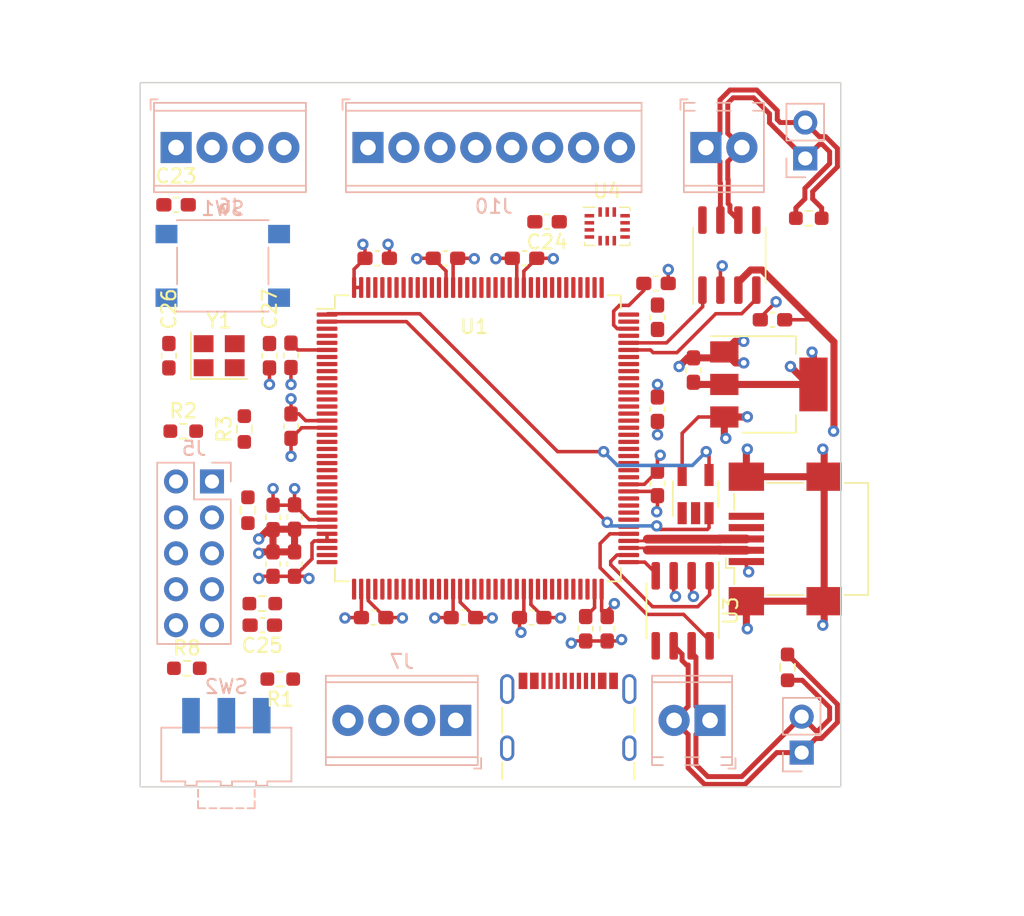
<source format=kicad_pcb>
(kicad_pcb (version 20221018) (generator pcbnew)
  (layers (0 "F.Cu" signal) (1 "In1.Cu" power) (2 "In2.Cu" power) (31 "B.Cu" signal) (34 "B.Paste" user) (35 "F.Paste" user) (36 "B.SilkS" user "B.Silkscreen") (37 "F.SilkS" user "F.Silkscreen") (38 "B.Mask" user) (39 "F.Mask" user) (44 "Edge.Cuts" user))
  (net 0 "")
  (net 1 "Net-(U1-VCAP_1)")
  (net 2 "GND")
  (net 3 "Net-(U1-VCAP_2)")
  (net 4 "NRST")
  (net 5 "+3.3V")
  (net 6 "/HSE_IN")
  (net 7 "Net-(C27-Pad1)")
  (net 8 "+5V")
  (net 9 "Net-(J5-Pin_2)")
  (net 10 "Net-(J5-Pin_4)")
  (net 11 "Net-(J5-Pin_6)")
  (net 14 "Net-(J5-Pin_10)")
  (net 15 "Net-(J6-Pin_1)")
  (net 16 "Net-(J6-Pin_2)")
  (net 17 "Net-(J6-Pin_3)")
  (net 18 "Net-(J6-Pin_4)")
  (net 19 "Net-(J7-Pin_1)")
  (net 20 "Net-(J7-Pin_2)")
  (net 21 "Net-(J7-Pin_3)")
  (net 22 "Net-(J7-Pin_4)")
  (net 23 "/VBUS1")
  (net 24 "USB-")
  (net 25 "USB+")
  (net 29 "Net-(J10-Pin_3)")
  (net 30 "Net-(J10-Pin_4)")
  (net 31 "Net-(J10-Pin_5)")
  (net 32 "Net-(J10-Pin_6)")
  (net 33 "GPIO7")
  (net 34 "GPIO8")
  (net 35 "BOOT0")
  (net 36 "Net-(SW2-B)")
  (net 37 "SYS_JTMS_SWDIO")
  (net 38 "/HSE_OUT")
  (net 39 "SYS_JTCK_SWCLK")
  (net 40 "SYS_JTDO_SWO")
  (net 41 "/STMPS2151STR_EN")
  (net 42 "/STMPS2151STR_FAULT")
  (net 87 "CAN2_RX")
  (net 88 "CAN2_TX")
  (net 89 "/Silent Mode 2")
  (net 111 "CAN1_RX")
  (net 112 "CAN1_TX")
  (net 113 "/Silent Mode 1")
  (net 125 "/INT1")
  (net 126 "/LSM_SCL")
  (net 127 "/LSM_SDA")
  (net 128 "/LSM_SDO")
  (net 129 "/LSM_CS")
  (net 138 "/CAN1-")
  (net 139 "/CAN1+")
  (net 140 "/CAN2-")
  (net 141 "/CAN2+")
  (net 142 "Net-(J10-Pin_7)")
  (net 143 "Net-(J10-Pin_8)")
  (footprint "Package_QFP:LQFP-144_20x20mm_P0.5mm" (layer "F.Cu") (at 133.858 99.06)
    (fp_text reference "U1")
    (fp_text value "STM32F429ZITx")
  )
  (footprint "Capacitor_SMD:C_0603_1608Metric_Pad1.08x0.95mm_HandSolder" (layer "F.Cu") (at 146.5525 102.25 -90)
    (fp_text reference "C46" hide)
    (fp_text value "100n")
  )
  (footprint "Capacitor_SMD:C_0603_1608Metric_Pad1.08x0.95mm_HandSolder" (layer "F.Cu") (at 131.5665 86.332)
    (fp_text reference "C45" hide)
    (fp_text value "100n")
  )
  (footprint "Capacitor_SMD:C_0603_1608Metric_Pad1.08x0.95mm_HandSolder" (layer "F.Cu") (at 112.014 93.218 90)
    (fp_text reference "C26")
    (fp_text value "9p")
  )
  (footprint "Resistor_SMD:R_0603_1608Metric_Pad0.98x0.95mm_HandSolder" (layer "F.Cu") (at 119.888 116.078 180)
    (fp_text reference "R1")
    (fp_text value "10k")
  )
  (footprint "Connector_USB:USB_Mini-B_Wuerth_65100516121_Horizontal" (layer "F.Cu") (at 155.439 106.172 90)
    (fp_text reference "J8" hide)
    (fp_text value "USB_OTG")
  )
  (footprint "Resistor_SMD:R_0603_1608Metric_Pad0.98x0.95mm_HandSolder" (layer "F.Cu") (at 117.602 104.14 90)
    (fp_text reference "R6" hide)
    (fp_text value "100")
  )
  (footprint "Capacitor_SMD:C_0603_1608Metric_Pad1.08x0.95mm_HandSolder" (layer "F.Cu") (at 120.65 98.1975 90)
    (fp_text reference "C38" hide)
    (fp_text value "100n")
  )
  (footprint "Package_SO:SOIC-8_3.9x4.9mm_P1.27mm" (layer "F.Cu") (at 151.638 86.106 90)
    (fp_text reference "U2" hide)
    (fp_text value "TJA1051T")
  )
  (footprint "Capacitor_SMD:C_0603_1608Metric_Pad1.08x0.95mm_HandSolder" (layer "F.Cu") (at 149.098 94.234 90)
    (fp_text reference "C29" hide)
    (fp_text value "22u")
  )
  (footprint "Resistor_SMD:R_0603_1608Metric_Pad0.98x0.95mm_HandSolder" (layer "F.Cu") (at 155.75 115.25 -90)
    (fp_text reference "R5" hide)
    (fp_text value "120")
  )
  (footprint "Capacitor_SMD:C_0603_1608Metric_Pad1.08x0.95mm_HandSolder" (layer "F.Cu") (at 137.6625 111.732 180)
    (fp_text reference "C44" hide)
    (fp_text value "100n")
  )
  (footprint "Capacitor_SMD:C_0603_1608Metric_Pad1.08x0.95mm_HandSolder" (layer "F.Cu") (at 119.3745 107.95 90)
    (fp_text reference "C49" hide)
    (fp_text value "1u")
  )
  (footprint "Crystal:Crystal_SMD_3225-4Pin_3.2x2.5mm" (layer "F.Cu") (at 115.57 93.218)
    (fp_text reference "Y1")
    (fp_text value "16MHz")
  )
  (footprint "Capacitor_SMD:C_0603_1608Metric_Pad1.08x0.95mm_HandSolder" (layer "F.Cu") (at 126.7405 86.332)
    (fp_text reference "C32" hide)
    (fp_text value "100n")
  )
  (footprint "Capacitor_SMD:C_0603_1608Metric_Pad1.08x0.95mm_HandSolder" (layer "F.Cu") (at 154.686 90.678 180)
    (fp_text reference "C28" hide)
    (fp_text value "10u")
  )
  (footprint "Capacitor_SMD:C_0603_1608Metric_Pad1.08x0.95mm_HandSolder" (layer "F.Cu") (at 146.5525 97 -90)
    (fp_text reference "C41" hide)
    (fp_text value "100n")
  )
  (footprint "Package_TO_SOT_SMD:SOT-223-3_TabPin2" (layer "F.Cu") (at 154.432 95.25)
    (fp_text reference "U5" hide)
    (fp_text value "AMS1117-3.3")
  )
  (footprint "Resistor_SMD:R_0603_1608Metric_Pad0.98x0.95mm_HandSolder" (layer "F.Cu") (at 113.03 98.552)
    (fp_text reference "R2")
    (fp_text value "100")
  )
  (footprint "Capacitor_SMD:C_0603_1608Metric_Pad1.08x0.95mm_HandSolder" (layer "F.Cu") (at 138.75 83.75 180)
    (fp_text reference "C24")
    (fp_text value "100n")
  )
  (footprint "Capacitor_SMD:C_0603_1608Metric_Pad1.08x0.95mm_HandSolder" (layer "F.Cu") (at 146.452 88.11)
    (fp_text reference "C22" hide)
    (fp_text value "2.2u")
  )
  (footprint "Capacitor_SMD:C_0603_1608Metric_Pad1.08x0.95mm_HandSolder" (layer "F.Cu") (at 146.558 90.5 -90)
    (fp_text reference "C30" hide)
    (fp_text value "100n")
  )
  (footprint "Capacitor_SMD:C_0603_1608Metric_Pad1.08x0.95mm_HandSolder" (layer "F.Cu") (at 141.478 112.522 -90)
    (fp_text reference "C21" hide)
    (fp_text value "2.2u")
  )
  (footprint "Resistor_SMD:R_0603_1608Metric_Pad0.98x0.95mm_HandSolder" (layer "F.Cu") (at 118.618 110.744)
    (fp_text reference "R7" hide)
    (fp_text value "100")
  )
  (footprint "Capacitor_SMD:C_0603_1608Metric_Pad1.08x0.95mm_HandSolder" (layer "F.Cu") (at 126.4865 111.732 180)
    (fp_text reference "C42" hide)
    (fp_text value "100n")
  )
  (footprint "Capacitor_SMD:C_0603_1608Metric_Pad1.08x0.95mm_HandSolder" (layer "F.Cu") (at 132.8365 111.732 180)
    (fp_text reference "C33" hide)
    (fp_text value "100n")
  )
  (footprint "Capacitor_SMD:C_0603_1608Metric_Pad1.08x0.95mm_HandSolder" (layer "F.Cu") (at 118.618 112.268 180)
    (fp_text reference "C25")
    (fp_text value "500n")
  )
  (footprint "Capacitor_SMD:C_0603_1608Metric_Pad1.08x0.95mm_HandSolder" (layer "F.Cu") (at 120.8985 107.95 90)
    (fp_text reference "C48" hide)
    (fp_text value "100n")
  )
  (footprint "Capacitor_SMD:C_0603_1608Metric_Pad1.08x0.95mm_HandSolder" (layer "F.Cu") (at 120.8985 104.62 -90)
    (fp_text reference "C39" hide)
    (fp_text value "100n")
  )
  (footprint "Capacitor_SMD:C_0603_1608Metric_Pad1.08x0.95mm_HandSolder" (layer "F.Cu") (at 112.522 82.55 180)
    (fp_text reference "C23")
    (fp_text value "C")
  )
  (footprint "Capacitor_SMD:C_0603_1608Metric_Pad1.08x0.95mm_HandSolder" (layer "F.Cu") (at 120.6445 93.19 -90)
    (fp_text reference "C31" hide)
    (fp_text value "100n")
  )
  (footprint "Capacitor_SMD:C_0603_1608Metric_Pad1.08x0.95mm_HandSolder" (layer "F.Cu") (at 143.002 112.522 -90)
    (fp_text reference "C43" hide)
    (fp_text value "100n")
  )
  (footprint "Resistor_SMD:R_0603_1608Metric_Pad0.98x0.95mm_HandSolder" (layer "F.Cu") (at 113.284 115.316)
    (fp_text reference "R8")
    (fp_text value "100")
  )
  (footprint "Package_TO_SOT_SMD:SOT-23-5_HandSoldering" (layer "F.Cu") (at 149.25 103 90)
    (fp_text reference "U6" hide)
    (fp_text value "~")
  )
  (footprint "Capacitor_SMD:C_0603_1608Metric_Pad1.08x0.95mm_HandSolder" (layer "F.Cu") (at 137.1545 86.332)
    (fp_text reference "C40" hide)
    (fp_text value "100n")
  )
  (footprint "Package_SO:SOIC-8_3.9x4.9mm_P1.27mm" (layer "F.Cu") (at 148.336 111.252 -90)
    (fp_text reference "U3")
    (fp_text value "TJA1051T")
  )
  (footprint "Resistor_SMD:R_0603_1608Metric_Pad0.98x0.95mm_HandSolder" (layer "F.Cu") (at 157.25 83.5)
    (fp_text reference "R4" hide)
    (fp_text value "120")
  )
  (footprint "Resistor_SMD:R_0603_1608Metric_Pad0.98x0.95mm_HandSolder" (layer "F.Cu") (at 117.348 98.4015 90)
    (fp_text reference "R3")
    (fp_text value "0")
  )
  (footprint "Capacitor_SMD:C_0603_1608Metric_Pad1.08x0.95mm_HandSolder" (layer "F.Cu") (at 119.38 104.648 -90)
    (fp_text reference "C47" hide)
    (fp_text value "4.7u")
  )
  (footprint "Capacitor_SMD:C_0603_1608Metric_Pad1.08x0.95mm_HandSolder" (layer "F.Cu") (at 119.126 93.218 -90)
    (fp_text reference "C27")
    (fp_text value "9p")
  )
  (footprint "Connector_USB:USB_C_Receptacle_GCT_USB4105-xx-A_16P_TopMnt_Horizontal" (layer "F.Cu") (at 140.25 119.888)
    (fp_text reference "J9" hide)
    (fp_text value "PWR_USB")
  )
  (footprint "Package_LGA:Bosch_LGA-14_3x2.5mm_P0.5mm" (layer "F.Cu") (at 143.002 84.074)
    (fp_text reference "U4")
    (fp_text value "~")
  )
  (footprint "TerminalBlock_Phoenix:TerminalBlock_Phoenix_MPT-0,5-2-2.54_1x02_P2.54mm_Horizontal" (layer "B.Cu") (at 149.98 78.5)
    (fp_text reference "J2" hide)
    (fp_text value "CAN1")
  )
  (footprint "Button_Switch_SMD:SW_SPST_PTS645" (layer "B.Cu") (at 115.824 86.868 180)
    (fp_text reference "SW1")
    (fp_text value "SW_Push")
  )
  (footprint "Connector_PinHeader_2.54mm:PinHeader_1x02_P2.54mm_Vertical" (layer "B.Cu") (at 156.75 121.275)
    (fp_text reference "J3" hide)
    (fp_text value "Termination ")
  )
  (footprint "TerminalBlock_Phoenix:TerminalBlock_Phoenix_MPT-0,5-4-2.54_1x04_P2.54mm_Horizontal" (layer "B.Cu") (at 112.522 78.5)
    (fp_text reference "J6")
    (fp_text value "LIN Pots")
  )
  (footprint "TerminalBlock_Phoenix:TerminalBlock_Phoenix_MPT-0,5-2-2.54_1x02_P2.54mm_Horizontal" (layer "B.Cu") (at 150.27 119 180)
    (fp_text reference "J4" hide)
    (fp_text value "CAN2")
  )
  (footprint "Connector_PinHeader_2.54mm:PinHeader_2x05_P2.54mm_Vertical" (layer "B.Cu") (at 115.062 102.108 180)
    (fp_text reference "J5")
    (fp_text value "SWD ASYNC")
  )
  (footprint "Connector_PinHeader_2.54mm:PinHeader_1x02_P2.54mm_Vertical" (layer "B.Cu") (at 157 79.275)
    (fp_text reference "J1" hide)
    (fp_text value "Termination ")
  )
  (footprint "TerminalBlock_Phoenix:TerminalBlock_Phoenix_MPT-0,5-8-2.54_1x08_P2.54mm_Horizontal" (layer "B.Cu") (at 126.09 78.5)
    (fp_text reference "J10")
    (fp_text value "GPIO")
  )
  (footprint "TerminalBlock_Phoenix:TerminalBlock_Phoenix_MPT-0,5-4-2.54_1x04_P2.54mm_Horizontal" (layer "B.Cu") (at 132.29 119 180)
    (fp_text reference "J7")
    (fp_text value "AIN")
  )
  (footprint "Button_Switch_SMD:SW_SPDT_CK-JS102011SAQN" (layer "B.Cu") (at 116.078 121.412 180)
    (fp_text reference "SW2")
    (fp_text value "SW_SPDT")
  )
  (gr_rect (start 109.982 73.914) (end 159.512 123.698) (stroke (width 0.1)) (fill none) (layer "Edge.Cuts"))
  (segment (start 142.108 111.0295) (end 142.108 109.7225) (width 0.25) (layer "F.Cu") (net 1))
  (segment (start 141.478 111.6595) (end 142.108 111.0295) (width 0.25) (layer "F.Cu") (net 1))
  (segment (start 119.3745 105.516) (end 119.38 105.5105) (width 0.5) (layer "F.Cu") (net 2))
  (segment (start 137.108 111.424) (end 137.108 109.7225) (width 0.25) (layer "F.Cu") (net 2))
  (segment (start 143.002 113.3845) (end 143.9175 113.3845) (width 0.25) (layer "F.Cu") (net 2))
  (segment (start 153.8235 90.678) (end 153.8235 90.5245) (width 0.25) (layer "F.Cu") (net 2))
  (segment (start 152.839 112.453) (end 152.908 112.522) (width 0.5) (layer "F.Cu") (net 2))
  (segment (start 119.0255 105.5105) (end 118.364 106.172) (width 0.5) (layer "F.Cu") (net 2))
  (segment (start 136.8 112.67) (end 136.906 112.776) (width 0.25) (layer "F.Cu") (net 2))
  (segment (start 136.8 111.732) (end 136.8 112.67) (width 0.25) (layer "F.Cu") (net 2))
  (segment (start 131.974 111.732) (end 130.838 111.732) (width 0.25) (layer "F.Cu") (net 2))
  (segment (start 158.339 101.772) (end 158.339 99.919) (width 0.5) (layer "F.Cu") (net 2))
  (segment (start 125.624 109.7385) (end 125.608 109.7225) (width 0.25) (layer "F.Cu") (net 2))
  (segment (start 149.098 93.3715) (end 150.8605 93.3715) (width 0.5) (layer "F.Cu") (net 2))
  (segment (start 120.65 97.335) (end 121.211 97.335) (width 0.25) (layer "F.Cu") (net 2))
  (segment (start 136.8 111.732) (end 137.108 111.424) (width 0.25) (layer "F.Cu") (net 2))
  (segment (start 148.082 93.98) (end 148.6905 93.3715) (width 0.5) (layer "F.Cu") (net 2))
  (segment (start 138.017 86.332) (end 137.108 87.241) (width 0.25) (layer "F.Cu") (net 2))
  (segment (start 120.8985 105.4825) (end 120.8985 107.0875) (width 0.5) (layer "F.Cu") (net 2))
  (segment (start 137.108 87.241) (end 137.108 88.3975) (width 0.25) (layer "F.Cu") (net 2))
  (segment (start 151.003 86.995) (end 151.13 86.868) (width 0.25) (layer "F.Cu") (net 2))
  (segment (start 152.839 101.772) (end 152.839 99.891) (width 0.5) (layer "F.Cu") (net 2))
  (segment (start 158.339 101.772) (end 158.339 110.572) (width 0.5) (layer "F.Cu") (net 2))
  (segment (start 121.211 97.335) (end 121.686 97.81) (width 0.25) (layer "F.Cu") (net 2))
  (segment (start 138.017 86.332) (end 139.164 86.332) (width 0.25) (layer "F.Cu") (net 2))
  (segment (start 152.839 101.772) (end 158.339 101.772) (width 0.5) (layer "F.Cu") (net 2))
  (segment (start 152.839 110.572) (end 152.839 112.453) (width 0.5) (layer "F.Cu") (net 2))
  (segment (start 141.478 113.3845) (end 140.6155 113.3845) (width 0.25) (layer "F.Cu") (net 2))
  (segment (start 147.3145 88.11) (end 147.3145 87.1275) (width 0.25) (layer "F.Cu") (net 2))
  (segment (start 123.1955 105.31) (end 121.071 105.31) (width 0.25) (layer "F.Cu") (net 2))
  (segment (start 119.3745 107.0875) (end 119.3745 105.516) (width 0.5) (layer "F.Cu") (net 2))
  (segment (start 148.971 108.777) (end 148.971 110.109) (width 0.25) (layer "F.Cu") (net 2))
  (segment (start 121.686 97.81) (end 123.1955 97.81) (width 0.25) (layer "F.Cu") (net 2))
  (segment (start 146.5525 104.1975) (end 146.5 104.25) (width 0.25) (layer "F.Cu") (net 2))
  (segment (start 127.603 86.332) (end 127.603 85.439) (width 0.25) (layer "F.Cu") (net 2))
  (segment (start 152.03 92.202) (end 152.654 92.202) (width 0.5) (layer "F.Cu") (net 2))
  (segment (start 133.576 86.332) (end 133.604 86.36) (width 0.25) (layer "F.Cu") (net 2))
  (segment (start 125.624 111.732) (end 125.624 109.7385) (width 0.25) (layer "F.Cu") (net 2))
  (segment (start 125.624 111.732) (end 124.488 111.732) (width 0.25) (layer "F.Cu") (net 2))
  (segment (start 146.558 91.5405) (end 146.558 91.186) (width 0.25) (layer "F.Cu") (net 2))
  (segment (start 152.058 93.726) (end 151.282 92.95) (width 0.5) (layer "F.Cu") (net 2))
  (segment (start 151.003 88.581) (end 151.003 86.995) (width 0.25) (layer "F.Cu") (net 2))
  (segment (start 141.478 113.3845) (end 143.002 113.3845) (width 0.25) (layer "F.Cu") (net 2))
  (segment (start 158.339 112.171) (end 158.242 112.268) (width 0.5) (layer "F.Cu") (net 2))
  (segment (start 120.6445 95.2445) (end 120.65 95.25) (width 0.25) (layer "F.Cu") (net 2))
  (segment (start 151.282 92.95) (end 152.03 92.202) (width 0.5) (layer "F.Cu") (net 2))
  (segment (start 148.6905 93.3715) (end 149.098 93.3715) (width 0.5) (layer "F.Cu") (net 2))
  (segment (start 120.8985 105.4825) (end 119.408 105.4825) (width 0.5) (layer "F.Cu") (net 2))
  (segment (start 120.6445 94.0525) (end 120.6445 95.2445) (width 0.25) (layer "F.Cu") (net 2))
  (segment (start 158.339 99.919) (end 158.242 99.822) (width 0.5) (layer "F.Cu") (net 2))
  (segment (start 119.408 105.4825) (end 119.38 105.5105) (width 0.5) (layer "F.Cu") (net 2))
  (segment (start 124.488 111.732) (end 124.46 111.76) (width 0.25) (layer "F.Cu") (net 2))
  (segment (start 132.429 86.332) (end 132.108 86.653) (width 0.25) (layer "F.Cu") (net 2))
  (segment (start 143.9175 113.3845) (end 144.018 113.284) (width 0.25) (layer "F.Cu") (net 2))
  (segment (start 153.8235 90.5245) (end 154.94 89.408) (width 0.25) (layer "F.Cu") (net 2))
  (segment (start 146.5525 103.1125) (end 146.5525 104.1975) (width 0.25) (layer "F.Cu") (net 2))
  (segment (start 140.6155 113.3845) (end 140.462 113.538) (width 0.25) (layer "F.Cu") (net 2))
  (segment (start 119.3745 107.0875) (end 118.4645 107.0875) (width 0.5) (layer "F.Cu") (net 2))
  (segment (start 120.65 97.335) (end 120.65 96.266) (width 0.25) (layer "F.Cu") (net 2))
  (segment (start 146.5525 98.8005) (end 146.558 98.806) (width 0.25) (layer "F.Cu") (net 2))
  (segment (start 118.4645 107.0875) (end 118.364 107.188) (width 0.5) (layer "F.Cu") (net 2))
  (segment (start 127.603 85.439) (end 127.508 85.344) (width 0.25) (layer "F.Cu") (net 2))
  (segment (start 130.838 111.732) (end 130.81 111.76) (width 0.25) (layer "F.Cu") (net 2))
  (segment (start 131.974 111.732) (end 132.108 111.598) (width 0.25) (layer "F.Cu") (net 2))
  (segment (start 139.164 86.332) (end 139.192 86.36) (width 0.25) (layer "F.Cu") (net 2))
  (segment (start 148.971 110.109) (end 149.098 110.236) (width 0.25) (layer "F.Cu") (net 2))
  (segment (start 146.5525 97.8625) (end 146.5525 98.8005) (width 0.25) (layer "F.Cu") (net 2))
  (segment (start 146.25 102.81) (end 144.5205 102.81) (width 0.25) (layer "F.Cu") (net 2))
  (segment (start 132.108 111.598) (end 132.108 109.7225) (width 0.25) (layer "F.Cu") (net 2))
  (segment (start 119.38 105.5105) (end 119.0255 105.5105) (width 0.5) (layer "F.Cu") (net 2))
  (segment (start 119.3745 107.0875) (end 120.8985 107.0875) (width 0.5) (layer "F.Cu") (net 2))
  (segment (start 152.839 110.572) (end 158.339 110.572) (width 0.5) (layer "F.Cu") (net 2))
  (segment (start 146.5525 103.1125) (end 146.25 102.81) (width 0.25) (layer "F.Cu") (net 2))
  (segment (start 158.339 110.572) (end 158.339 112.171) (width 0.5) (layer "F.Cu") (net 2))
  (segment (start 121.071 105.31) (end 120.8985 105.4825) (width 0.25) (layer "F.Cu") (net 2))
  (segment (start 119.126 94.0805) (end 119.126 95.25) (width 0.25) (layer "F.Cu") (net 2))
  (segment (start 132.429 86.332) (end 133.576 86.332) (width 0.25) (layer "F.Cu") (net 2))
  (segment (start 147.3145 87.1275) (end 147.32 87.122) (width 0.25) (layer "F.Cu") (net 2))
  (segment (start 152.839 99.891) (end 152.908 99.822) (width 0.5) (layer "F.Cu") (net 2))
  (segment (start 132.108 86.653) (end 132.108 88.3975) (width 0.25) (layer "F.Cu") (net 2))
  (segment (start 152.654 93.726) (end 152.058 93.726) (width 0.5) (layer "F.Cu") (net 2))
  (via (at 120.65 95.25) (size 0.8) (drill 0.4) (layers "F.Cu" "B.Cu") (net 2))
  (via (at 139.192 86.36) (size 0.8) (drill 0.4) (layers "F.Cu" "B.Cu") (net 2))
  (via (at 152.908 99.822) (size 0.8) (drill 0.4) (layers "F.Cu" "B.Cu") (net 2))
  (via (at 140.462 113.538) (size 0.8) (drill 0.4) (layers "F.Cu" "B.Cu") (net 2))
  (via (at 146.558 98.806) (size 0.8) (drill 0.4) (layers "F.Cu" "B.Cu") (net 2))
  (via (at 118.364 106.172) (size 0.8) (drill 0.4) (layers "F.Cu" "B.Cu") (net 2))
  (via (at 154.94 89.408) (size 0.8) (drill 0.4) (layers "F.Cu" "B.Cu") (net 2))
  (via (at 147.32 87.122) (size 0.8) (drill 0.4) (layers "F.Cu" "B.Cu") (net 2))
  (via (at 158.242 112.268) (size 0.8) (drill 0.4) (layers "F.Cu" "B.Cu") (net 2))
  (via (at 144.018 113.284) (size 0.8) (drill 0.4) (layers "F.Cu" "B.Cu") (net 2))
  (via (at 118.364 107.188) (size 0.8) (drill 0.4) (layers "F.Cu" "B.Cu") (net 2))
  (via (at 151.13 86.868) (size 0.8) (drill 0.4) (layers "F.Cu" "B.Cu") (net 2))
  (via (at 130.81 111.76) (size 0.8) (drill 0.4) (layers "F.Cu" "B.Cu") (net 2))
  (via (at 120.65 96.266) (size 0.8) (drill 0.4) (layers "F.Cu" "B.Cu") (net 2))
  (via (at 146.5 104.25) (size 0.8) (drill 0.4) (layers "F.Cu" "B.Cu") (net 2))
  (via (at 148.082 93.98) (size 0.8) (drill 0.4) (layers "F.Cu" "B.Cu") (net 2))
  (via (at 152.654 93.726) (size 0.8) (drill 0.4) (layers "F.Cu" "B.Cu") (net 2))
  (via (at 158.242 99.822) (size 0.8) (drill 0.4) (layers "F.Cu" "B.Cu") (net 2))
  (via (at 152.908 112.522) (size 0.8) (drill 0.4) (layers "F.Cu" "B.Cu") (net 2))
  (via (at 133.604 86.36) (size 0.8) (drill 0.4) (layers "F.Cu" "B.Cu") (net 2))
  (via (at 149.098 110.236) (size 0.8) (drill 0.4) (layers "F.Cu" "B.Cu") (net 2))
  (via (at 152.654 92.202) (size 0.8) (drill 0.4) (layers "F.Cu" "B.Cu") (net 2))
  (via (at 124.46 111.76) (size 0.8) (drill 0.4) (layers "F.Cu" "B.Cu") (net 2))
  (via (at 127.508 85.344) (size 0.8) (drill 0.4) (layers "F.Cu" "B.Cu") (net 2))
  (via (at 136.906 112.776) (size 0.8) (drill 0.4) (layers "F.Cu" "B.Cu") (net 2))
  (via (at 119.126 95.25) (size 0.8) (drill 0.4) (layers "F.Cu" "B.Cu") (net 2))
  (segment (start 144.5205 91.31) (end 143.717315 91.31) (width 0.25) (layer "F.Cu") (net 3))
  (segment (start 144.526 89.662) (end 145.5895 88.5985) (width 0.25) (layer "F.Cu") (net 3))
  (segment (start 143.458 90.069315) (end 143.865315 89.662) (width 0.25) (layer "F.Cu") (net 3))
  (segment (start 145.5895 88.5985) (end 145.5895 88.11) (width 0.25) (layer "F.Cu") (net 3))
  (segment (start 143.717315 91.31) (end 143.458 91.050685) (width 0.25) (layer "F.Cu") (net 3))
  (segment (start 143.458 91.050685) (end 143.458 90.069315) (width 0.25) (layer "F.Cu") (net 3))
  (segment (start 143.865315 89.662) (end 144.526 89.662) (width 0.25) (layer "F.Cu") (net 3))
  (segment (start 128.496 111.732) (end 128.524 111.76) (width 0.25) (layer "F.Cu") (net 5))
  (segment (start 123.1955 106.31) (end 123.1955 105.81) (width 0.25) (layer "F.Cu") (net 5))
  (segment (start 120.65 99.06) (end 120.65 100.33) (width 0.25) (layer "F.Cu") (net 5))
  (segment (start 157.226 95.25) (end 155.956 93.98) (width 0.5) (layer "F.Cu") (net 5))
  (segment (start 120.6445 92.3275) (end 121.127 92.81) (width 0.25) (layer "F.Cu") (net 5))
  (segment (start 131.608 87.236) (end 131.608 88.3975) (width 0.25) (layer "F.Cu") (net 5))
  (segment (start 133.699 111.732) (end 134.846 111.732) (width 0.25) (layer "F.Cu") (net 5))
  (segment (start 146.5525 101.3875) (end 146.5525 100.4475) (width 0.25) (layer "F.Cu") (net 5))
  (segment (start 120.8705 103.7855) (end 120.8985 103.7575) (width 0.25) (layer "F.Cu") (net 5))
  (segment (start 136.292 86.332) (end 136.608 86.648) (width 0.25) (layer "F.Cu") (net 5))
  (segment (start 138.525 111.732) (end 137.608 110.815) (width 0.25) (layer "F.Cu") (net 5))
  (segment (start 122.29 106.31) (end 123.1955 106.31) (width 0.25) (layer "F.Cu") (net 5))
  (segment (start 132.608 110.641) (end 132.608 109.7225) (width 0.25) (layer "F.Cu") (net 5))
  (segment (start 120.8985 103.7575) (end 120.8985 102.6215) (width 0.25) (layer "F.Cu") (net 5))
  (segment (start 127.349 111.732) (end 127.314315 111.732) (width 0.25) (layer "F.Cu") (net 5))
  (segment (start 122.133 106.467) (end 122.29 106.31) (width 0.25) (layer "F.Cu") (net 5))
  (segment (start 129.568 86.332) (end 129.54 86.36) (width 0.25) (layer "F.Cu") (net 5))
  (segment (start 136.608 86.648) (end 136.608 88.3975) (width 0.25) (layer "F.Cu") (net 5))
  (segment (start 121.127 92.81) (end 123.1955 92.81) (width 0.25) (layer "F.Cu") (net 5))
  (segment (start 137.608 110.815) (end 137.608 109.7225) (width 0.25) (layer "F.Cu") (net 5))
  (segment (start 125.108 87.102) (end 125.108 88.3975) (width 0.25) (layer "F.Cu") (net 5))
  (segment (start 145.63 102.31) (end 144.5205 102.31) (width 0.25) (layer "F.Cu") (net 5))
  (segment (start 127.314315 111.732) (end 126.108 110.525685) (width 0.25) (layer "F.Cu") (net 5))
  (segment (start 134.846 111.732) (end 134.874 111.76) (width 0.25) (layer "F.Cu") (net 5))
  (segment (start 130.704 86.332) (end 131.608 87.236) (width 0.25) (layer "F.Cu") (net 5))
  (segment (start 142.608 111.2655) (end 143.002 111.6595) (width 0.25) (layer "F.Cu") (net 5))
  (segment (start 142.608 109.7225) (end 142.608 111.2655) (width 0.25) (layer "F.Cu") (net 5))
  (segment (start 125.878 86.332) (end 125.878 85.492) (width 0.25) (layer "F.Cu") (net 5))
  (segment (start 127.349 111.732) (end 128.496 111.732) (width 0.25) (layer "F.Cu") (net 5))
  (segment (start 151.282 95.25) (end 149.2515 95.25) (width 0.5) (layer "F.Cu") (net 5))
  (segment (start 138.525 111.732) (end 139.672 111.732) (width 0.25) (layer "F.Cu") (net 5))
  (segment (start 143.002 111.252) (end 143.51 110.744) (width 0.25) (layer "F.Cu") (net 5))
  (segment (start 139.672 111.732) (end 139.7 111.76) (width 0.25) (layer "F.Cu") (net 5))
  (segment (start 157.582 95.25) (end 157.226 95.25) (width 0.5) (layer "F.Cu") (net 5))
  (segment (start 136.292 86.332) (end 135.156 86.332) (width 0.25) (layer "F.Cu") (net 5))
  (segment (start 119.38 103.7855) (end 120.8705 103.7855) (width 0.25) (layer "F.Cu") (net 5))
  (segment (start 133.699 111.732) (end 132.608 110.641) (width 0.25) (layer "F.Cu") (net 5))
  (segment (start 120.8985 102.6215) (end 120.904 102.616) (width 0.25) (layer "F.Cu") (net 5))
  (segment (start 125.608 88.3975) (end 125.108 88.3975) (width 0.25) (layer "F.Cu") (net 5))
  (segment (start 122.133 107.578) (end 122.133 106.467) (width 0.25) (layer "F.Cu") (net 5))
  (segment (start 118.5175 108.8125) (end 118.364 108.966) (width 0.25) (layer "F.Cu") (net 5))
  (segment (start 157.582 93.066) (end 157.48 92.964) (width 0.5) (layer "F.Cu") (net 5))
  (segment (start 125.878 85.492) (end 125.73 85.344) (width 0.25) (layer "F.Cu") (net 5))
  (segment (start 121.951 104.81) (end 123.1955 104.81) (width 0.25) (layer "F.Cu") (net 5))
  (segment (start 126.108 110.525685) (end 126.108 109.7225) (width 0.25) (layer "F.Cu") (net 5))
  (segment (start 149.2515 95.25) (end 149.098 95.0965) (width 0.5) (layer "F.Cu") (net 5))
  (segment (start 146.5525 96.1375) (end 146.5525 95.2555) (width 0.25) (layer "F.Cu") (net 5))
  (segment (start 143.002 111.6595) (end 143.002 111.252) (width 0.25) (layer "F.Cu") (net 5))
  (segment (start 120.8985 108.8125) (end 122.133 107.578) (width 0.25) (layer "F.Cu") (net 5))
  (segment (start 135.156 86.332) (end 135.128 86.36) (width 0.25) (layer "F.Cu") (net 5))
  (segment (start 146.5525 100.4475) (end 146.75 100.25) (width 0.25) (layer "F.Cu") (net 5))
  (segment (start 121.4 98.31) (end 123.1955 98.31) (width 0.25) (layer "F.Cu") (net 5))
  (segment (start 121.7665 108.8125) (end 121.92 108.966) (width 0.25) (layer "F.Cu") (net 5))
  (segment (start 157.582 95.25) (end 157.582 93.066) (width 0.5) (layer "F.Cu") (net 5))
  (segment (start 120.65 99.06) (end 121.4 98.31) (width 0.25) (layer "F.Cu") (net 5))
  (segment (start 130.704 86.332) (end 129.568 86.332) (width 0.25) (layer "F.Cu") (net 5))
  (segment (start 146.5525 95.2555) (end 146.558 95.25) (width 0.25) (layer "F.Cu") (net 5))
  (segment (start 119.3745 108.8125) (end 118.5175 108.8125) (width 0.25) (layer "F.Cu") (net 5))
  (segment (start 125.878 86.332) (end 125.108 87.102) (width 0.25) (layer "F.Cu") (net 5))
  (segment (start 120.8985 108.8125) (end 121.7665 108.8125) (width 0.25) (layer "F.Cu") (net 5))
  (segment (start 146.5525 101.3875) (end 145.63 102.31) (width 0.25) (layer "F.Cu") (net 5))
  (segment (start 119.38 103.7855) (end 119.38 102.616) (width 0.25) (layer "F.Cu") (net 5))
  (segment (start 120.8985 103.7575) (end 121.951 104.81) (width 0.25) (layer "F.Cu") (net 5))
  (segment (start 119.3745 108.8125) (end 120.8985 108.8125) (width 0.25) (layer "F.Cu") (net 5))
  (segment (start 157.582 95.25) (end 151.282 95.25) (width 0.5) (layer "F.Cu") (net 5))
  (via (at 121.92 108.966) (size 0.8) (drill 0.4) (layers "F.Cu" "B.Cu") (net 5))
  (via (at 125.73 85.344) (size 0.8) (drill 0.4) (layers "F.Cu" "B.Cu") (net 5))
  (via (at 146.75 100.25) (size 0.8) (drill 0.4) (layers "F.Cu" "B.Cu") (net 5))
  (via (at 128.524 111.76) (size 0.8) (drill 0.4) (layers "F.Cu" "B.Cu") (net 5))
  (via (at 129.54 86.36) (size 0.8) (drill 0.4) (layers "F.Cu" "B.Cu") (net 5))
  (via (at 119.38 102.616) (size 0.8) (drill 0.4) (layers "F.Cu" "B.Cu") (net 5))
  (via (at 146.558 95.25) (size 0.8) (drill 0.4) (layers "F.Cu" "B.Cu") (net 5))
  (via (at 120.904 102.616) (size 0.8) (drill 0.4) (layers "F.Cu" "B.Cu") (net 5))
  (via (at 135.128 86.36) (size 0.8) (drill 0.4) (layers "F.Cu" "B.Cu") (net 5))
  (via (at 134.874 111.76) (size 0.8) (drill 0.4) (layers "F.Cu" "B.Cu") (net 5))
  (via (at 120.65 100.33) (size 0.8) (drill 0.4) (layers "F.Cu" "B.Cu") (net 5))
  (via (at 139.7 111.76) (size 0.8) (drill 0.4) (layers "F.Cu" "B.Cu") (net 5))
  (via (at 155.956 93.98) (size 0.8) (drill 0.4) (layers "F.Cu" "B.Cu") (net 5))
  (via (at 157.48 92.964) (size 0.8) (drill 0.4) (layers "F.Cu" "B.Cu") (net 5))
  (via (at 118.364 108.966) (size 0.8) (drill 0.4) (layers "F.Cu" "B.Cu") (net 5))
  (via (at 143.51 110.744) (size 0.8) (drill 0.4) (layers "F.Cu" "B.Cu") (net 5))
  (segment (start 152.273 88.027472) (end 153.144471 87.156) (width 0.5) (layer "F.Cu") (net 8))
  (segment (start 158.868764 92.083236) (end 159.032 92.246472) (width 0.5) (layer "F.Cu") (net 8))
  (segment (start 152.273 88.581) (end 152.273 88.027472) (width 0.5) (layer "F.Cu") (net 8))
  (segment (start 147.701 108.777) (end 147.701 110.109) (width 0.25) (layer "F.Cu") (net 8))
  (segment (start 152.273 89.1805) (end 152.273 88.581) (width 0.5) (layer "F.Cu") (net 8))
  (segment (start 149.45 97.55) (end 151.282 97.55) (width 0.25) (layer "F.Cu") (net 8))
  (segment (start 157.463528 90.678) (end 158.868764 92.083236) (width 0.25) (layer "F.Cu") (net 8))
  (segment (start 152.894 97.55) (end 152.908 97.536) (width 0.5) (layer "F.Cu") (net 8))
  (segment (start 147.701 110.109) (end 147.828 110.236) (width 0.25) (layer "F.Cu") (net 8))
  (segment (start 153.144471 87.156) (end 153.941528 87.156) (width 0.5) (layer "F.Cu") (net 8))
  (segment (start 159.032 92.246472) (end 159.032 98.524) (width 0.5) (layer "F.Cu") (net 8))
  (segment (start 151.282 98.958) (end 151.384 99.06) (width 0.5) (layer "F.Cu") (net 8))
  (segment (start 153.941528 87.156) (end 158.868764 92.083236) (width 0.5) (layer "F.Cu") (net 8))
  (segment (start 151.282 97.55) (end 151.282 98.958) (width 0.5) (layer "F.Cu") (net 8))
  (segment (start 159.032 98.524) (end 159.004 98.552) (width 0.5) (layer "F.Cu") (net 8))
  (segment (start 148.3 98.7) (end 149.45 97.55) (width 0.25) (layer "F.Cu") (net 8))
  (segment (start 155.5485 90.678) (end 157.463528 90.678) (width 0.25) (layer "F.Cu") (net 8))
  (segment (start 151.282 97.55) (end 152.894 97.55) (width 0.5) (layer "F.Cu") (net 8))
  (segment (start 148.3 101.65) (end 148.3 98.7) (width 0.25) (layer "F.Cu") (net 8))
  (via (at 152.908 97.536) (size 0.8) (drill 0.4) (layers "F.Cu" "B.Cu") (net 8))
  (via (at 151.384 99.06) (size 0.8) (drill 0.4) (layers "F.Cu" "B.Cu") (net 8))
  (via (at 147.828 110.236) (size 0.8) (drill 0.4) (layers "F.Cu" "B.Cu") (net 8))
  (via (at 159.004 98.552) (size 0.8) (drill 0.4) (layers "F.Cu" "B.Cu") (net 8))
  (segment (start 152.839 107.772) (end 152.839 108.339) (width 0.25) (layer "F.Cu") (net 23))
  (segment (start 152.839 108.339) (end 153 108.5) (width 0.25) (layer "F.Cu") (net 23))
  (via (at 153 108.5) (size 0.8) (drill 0.4) (layers "F.Cu" "B.Cu") (net 23))
  (segment (start 145.687793 106.81) (end 145.836793 106.959) (width 0.2) (layer "F.Cu") (net 24))
  (segment (start 150.950999 106.959) (end 145.836793 106.959) (width 0.62) (layer "F.Cu") (net 24))
  (segment (start 150.963999 106.972) (end 150.950999 106.959) (width 0.62) (layer "F.Cu") (net 24))
  (segment (start 152.839 106.972) (end 150.963999 106.972) (width 0.62) (layer "F.Cu") (net 24))
  (segment (start 144.5205 106.81) (end 145.687793 106.81) (width 0.2) (layer "F.Cu") (net 24))
  (segment (start 144.5205 106.31) (end 145.711793 106.31) (width 0.2) (layer "F.Cu") (net 25))
  (segment (start 152.839 106.172) (end 150.963999 106.172) (width 0.62) (layer "F.Cu") (net 25))
  (segment (start 150.950999 106.185) (end 145.836793 106.185) (width 0.62) (layer "F.Cu") (net 25))
  (segment (start 150.963999 106.172) (end 150.950999 106.185) (width 0.62) (layer "F.Cu") (net 25))
  (segment (start 145.711793 106.31) (end 145.836793 106.185) (width 0.2) (layer "F.Cu") (net 25))
  (segment (start 150.2 100.2) (end 150 100) (width 0.25) (layer "F.Cu") (net 41))
  (segment (start 142.75 100) (end 139.5 100) (width 0.25) (layer "F.Cu") (net 41))
  (segment (start 150.2 101.65) (end 150.2 100.2) (width 0.25) (layer "F.Cu") (net 41))
  (segment (start 123.2555 90.25) (end 123.1955 90.31) (width 0.25) (layer "F.Cu") (net 41))
  (segment (start 139.5 100) (end 129.75 90.25) (width 0.25) (layer "F.Cu") (net 41))
  (segment (start 129.75 90.25) (end 123.2555 90.25) (width 0.25) (layer "F.Cu") (net 41))
  (via (at 150 100) (size 0.8) (drill 0.4) (layers "F.Cu" "B.Cu") (net 41))
  (via (at 142.75 100) (size 0.8) (drill 0.4) (layers "F.Cu" "B.Cu") (net 41))
  (segment (start 150 100) (end 149.025 100.975) (width 0.25) (layer "B.Cu") (net 41))
  (segment (start 149.025 100.975) (end 143.725 100.975) (width 0.25) (layer "B.Cu") (net 41))
  (segment (start 143.725 100.975) (end 142.75 100) (width 0.25) (layer "B.Cu") (net 41))
  (segment (start 150.2 104.35) (end 150.2 105.38) (width 0.25) (layer "F.Cu") (net 42))
  (segment (start 150.08 105.5) (end 146.75 105.5) (width 0.25) (layer "F.Cu") (net 42))
  (segment (start 128.81 90.81) (end 123.1955 90.81) (width 0.25) (layer "F.Cu") (net 42))
  (segment (start 143 105) (end 128.81 90.81) (width 0.25) (layer "F.Cu") (net 42))
  (segment (start 150.2 105.38) (end 150.08 105.5) (width 0.25) (layer "F.Cu") (net 42))
  (segment (start 146.75 105.5) (end 146.5 105.25) (width 0.25) (layer "F.Cu") (net 42))
  (via (at 143 105) (size 0.8) (drill 0.4) (layers "F.Cu" "B.Cu") (net 42))
  (via (at 146.5 105.25) (size 0.8) (drill 0.4) (layers "F.Cu" "B.Cu") (net 42))
  (segment (start 143.25 105.25) (end 143 105) (width 0.25) (layer "B.Cu") (net 42))
  (segment (start 146.5 105.25) (end 143.25 105.25) (width 0.25) (layer "B.Cu") (net 42))
  (segment (start 145.656 107.81) (end 144.5205 107.81) (width 0.25) (layer "F.Cu") (net 87))
  (segment (start 146.431 108.777) (end 146.431 108.585) (width 0.25) (layer "F.Cu") (net 87))
  (segment (start 146.431 108.585) (end 145.656 107.81) (width 0.25) (layer "F.Cu") (net 87))
  (segment (start 149.398305 110.961) (end 146.211 110.961) (width 0.25) (layer "F.Cu") (net 88))
  (segment (start 143.25 107.75) (end 143.69 107.31) (width 0.25) (layer "F.Cu") (net 88))
  (segment (start 143.25 108) (end 143.25 107.75) (width 0.25) (layer "F.Cu") (net 88))
  (segment (start 150.241 110.118305) (end 149.398305 110.961) (width 0.25) (layer "F.Cu") (net 88))
  (segment (start 150.241 108.777) (end 150.241 108.400249) (width 0.25) (layer "F.Cu") (net 88))
  (segment (start 150.241 108.777) (end 150.241 110.118305) (width 0.25) (layer "F.Cu") (net 88))
  (segment (start 143.69 107.31) (end 144.5205 107.31) (width 0.25) (layer "F.Cu") (net 88))
  (segment (start 146.211 110.961) (end 143.25 108) (width 0.25) (layer "F.Cu") (net 88))
  (segment (start 143.19 105.81) (end 144.5205 105.81) (width 0.25) (layer "F.Cu") (net 89))
  (segment (start 142.5 108.21) (end 142.5 106.5) (width 0.25) (layer "F.Cu") (net 89))
  (segment (start 142.5 106.5) (end 143.19 105.81) (width 0.25) (layer "F.Cu") (net 89))
  (segment (start 148.396751 111.506) (end 145.796 111.506) (width 0.25) (layer "F.Cu") (net 89))
  (segment (start 145.796 111.506) (end 142.5 108.21) (width 0.25) (layer "F.Cu") (net 89))
  (segment (start 150.241 113.727) (end 150.241 113.350249) (width 0.25) (layer "F.Cu") (net 89))
  (segment (start 150.241 113.350249) (end 148.396751 111.506) (width 0.25) (layer "F.Cu") (net 89))
  (segment (start 147.929701 93) (end 150.679701 90.25) (width 0.25) (layer "F.Cu") (net 111))
  (segment (start 146.25 93) (end 147.929701 93) (width 0.25) (layer "F.Cu") (net 111))
  (segment (start 150.679701 90.25) (end 152.5 90.25) (width 0.25) (layer "F.Cu") (net 111))
  (segment (start 153.543 89.207) (end 153.543 88.581) (width 0.25) (layer "F.Cu") (net 111))
  (segment (start 146.25 93) (end 146.06 92.81) (width 0.25) (layer "F.Cu") (net 111))
  (segment (start 152.5 90.25) (end 153.543 89.207) (width 0.25) (layer "F.Cu") (net 111))
  (segment (start 146.06 92.81) (end 144.5205 92.81) (width 0.25) (layer "F.Cu") (net 111))
  (segment (start 149.75 88.598) (end 149.75 89.75) (width 0.25) (layer "F.Cu") (net 112))
  (segment (start 149.75 89.75) (end 147.19 92.31) (width 0.25) (layer "F.Cu") (net 112))
  (segment (start 149.733 88.581) (end 149.75 88.598) (width 0.25) (layer "F.Cu") (net 112))
  (segment (start 147.19 92.31) (end 144.5205 92.31) (width 0.25) (layer "F.Cu") (net 112))
  (segment (start 157 79.275) (end 154.475 76.75) (width 0.35) (layer "F.Cu") (net 138))
  (segment (start 156.3375 82.768749) (end 156.3375 83.5) (width 0.35) (layer "F.Cu") (net 138))
  (segment (start 152.52 78.5) (end 151.525 79.495) (width 0.35) (layer "F.Cu") (net 138))
  (segment (start 151.678 82.588538) (end 151.678 83.036) (width 0.35) (layer "F.Cu") (net 138))
  (segment (start 157 79.275) (end 157.995 78.28) (width 0.35) (layer "F.Cu") (net 138))
  (segment (start 158.20963 78.28) (end 158.725 78.79537) (width 0.35) (layer "F.Cu") (net 138))
  (segment (start 151.525 80.75) (end 151.553 80.778) (width 0.35) (layer "F.Cu") (net 138))
  (segment (start 151.553 82.463538) (end 151.678 82.588538) (width 0.35) (layer "F.Cu") (net 138))
  (segment (start 151.90324 74.98567) (end 151.525 75.36391) (width 0.35) (layer "F.Cu") (net 138))
  (segment (start 154.475 76.11391) (end 153.34676 74.98567) (width 0.35) (layer "F.Cu") (net 138))
  (segment (start 156.975 82.131249) (end 156.3375 82.768749) (width 0.35) (layer "F.Cu") (net 138))
  (segment (start 151.678 83.036) (end 152.273 83.631) (width 0.35) (layer "F.Cu") (net 138))
  (segment (start 151.553 80.778) (end 151.553 82.463538) (width 0.35) (layer "F.Cu") (net 138))
  (segment (start 158.725 78.79537) (end 158.725 79.63609) (width 0.35) (layer "F.Cu") (net 138))
  (segment (start 151.525 77.505) (end 152.52 78.5) (width 0.35) (layer "F.Cu") (net 138))
  (segment (start 154.475 76.75) (end 154.475 76.11391) (width 0.35) (layer "F.Cu") (net 138))
  (segment (start 151.525 79.495) (end 151.525 80.75) (width 0.35) (layer "F.Cu") (net 138))
  (segment (start 151.525 75.36391) (end 151.525 77.505) (width 0.35) (layer "F.Cu") (net 138))
  (segment (start 158.725 79.63609) (end 156.975 81.38609) (width 0.35) (layer "F.Cu") (net 138))
  (segment (start 157.995 78.28) (end 158.20963 78.28) (width 0.35) (layer "F.Cu") (net 138))
  (segment (start 156.975 81.38609) (end 156.975 82.131249) (width 0.35) (layer "F.Cu") (net 138))
  (segment (start 153.34676 74.98567) (end 151.90324 74.98567) (width 0.35) (layer "F.Cu") (net 138))
  (segment (start 150.975 79.495) (end 150.975 80.960474) (width 0.35) (layer "F.Cu") (net 139))
  (segment (start 155.237818 76.735) (end 155.025 76.522182) (width 0.35) (layer "F.Cu") (net 139))
  (segment (start 159.275 79.86391) (end 157.525 81.61391) (width 0.35) (layer "F.Cu") (net 139))
  (segment (start 157 76.735) (end 157.995 77.73) (width 0.35) (layer "F.Cu") (net 139))
  (segment (start 150.975 77.505) (end 149.98 78.5) (width 0.35) (layer "F.Cu") (net 139))
  (segment (start 158.1625 82.768749) (end 158.1625 83.5) (width 0.35) (layer "F.Cu") (net 139))
  (segment (start 155.025 76.522182) (end 155.025 75.88609) (width 0.35) (layer "F.Cu") (net 139))
  (segment (start 158.43745 77.73) (end 159.275 78.56755) (width 0.35) (layer "F.Cu") (net 139))
  (segment (start 150.97502 80.960494) (end 150.97502 80.97781) (width 0.35) (layer "F.Cu") (net 139))
  (segment (start 157.525 81.61391) (end 157.525 82.131249) (width 0.35) (layer "F.Cu") (net 139))
  (segment (start 157.995 77.73) (end 158.43745 77.73) (width 0.35) (layer "F.Cu") (net 139))
  (segment (start 150.975 75.13609) (end 150.975 77.505) (width 0.35) (layer "F.Cu") (net 139))
  (segment (start 157.525 82.131249) (end 158.1625 82.768749) (width 0.35) (layer "F.Cu") (net 139))
  (segment (start 151.003 81.00579) (end 151.003 83.631) (width 0.35) (layer "F.Cu") (net 139))
  (segment (start 157 76.735) (end 155.237818 76.735) (width 0.35) (layer "F.Cu") (net 139))
  (segment (start 153.57458 74.43567) (end 151.67542 74.43567) (width 0.35) (layer "F.Cu") (net 139))
  (segment (start 149.98 78.5) (end 150.975 79.495) (width 0.35) (layer "F.Cu") (net 139))
  (segment (start 159.275 78.56755) (end 159.275 79.86391) (width 0.35) (layer "F.Cu") (net 139))
  (segment (start 150.97502 80.97781) (end 151.003 81.00579) (width 0.35) (layer "F.Cu") (net 139))
  (segment (start 151.67542 74.43567) (end 150.975 75.13609) (width 0.35) (layer "F.Cu") (net 139))
  (segment (start 155.025 75.88609) (end 153.57458 74.43567) (width 0.35) (layer "F.Cu") (net 139))
  (segment (start 150.975 80.960474) (end 150.97502 80.960494) (width 0.35) (layer "F.Cu") (net 139))
  (segment (start 148.725 115.077) (end 148.603538 115.077) (width 0.35) (layer "F.Cu") (net 140))
  (segment (start 148.296 114.769462) (end 148.296 114.322) (width 0.35) (layer "F.Cu") (net 140))
  (segment (start 148.725 122.36391) (end 149.88409 123.523) (width 0.35) (layer "F.Cu") (net 140))
  (segment (start 148.603538 115.077) (end 148.296 114.769462) (width 0.35) (layer "F.Cu") (net 140))
  (segment (start 147.73 119) (end 148.725 119.995) (width 0.35) (layer "F.Cu") (net 140))
  (segment (start 148.725 118.005) (end 148.725 115.077) (width 0.35) (layer "F.Cu") (net 140))
  (segment (start 155.75 114.3375) (end 159.275 117.8625) (width 0.35) (layer "F.Cu") (net 140))
  (segment (start 159.275 117.8625) (end 159.275 119.14172) (width 0.35) (layer "F.Cu") (net 140))
  (segment (start 148.296 114.322) (end 147.701 113.727) (width 0.35) (layer "F.Cu") (net 140))
  (segment (start 149.88409 123.523) (end 152.739818 123.523) (width 0.35) (layer "F.Cu") (net 140))
  (segment (start 159.275 119.14172) (end 158.13672 120.28) (width 0.35) (layer "F.Cu") (net 140))
  (segment (start 152.739818 123.523) (end 154.987818 121.275) (width 0.35) (layer "F.Cu") (net 140))
  (segment (start 154.987818 121.275) (end 156.75 121.275) (width 0.35) (layer "F.Cu") (net 140))
  (segment (start 148.725 119.995) (end 148.725 122.36391) (width 0.35) (layer "F.Cu") (net 140))
  (segment (start 157.745 120.28) (end 156.75 121.275) (width 0.35) (layer "F.Cu") (net 140))
  (segment (start 147.73 119) (end 148.725 118.005) (width 0.35) (layer "F.Cu") (net 140))
  (segment (start 158.13672 120.28) (end 157.745 120.28) (width 0.35) (layer "F.Cu") (net 140))
  (segment (start 149.275 122.13609) (end 150.11191 122.973) (width 0.35) (layer "F.Cu") (net 141))
  (segment (start 150.27 119) (end 149.275 119.995) (width 0.35) (layer "F.Cu") (net 141))
  (segment (start 148.971 114.219182) (end 148.971 113.727) (width 0.35) (layer "F.Cu") (net 141))
  (segment (start 157.745 119.73) (end 156.75 118.735) (width 0.35) (layer "F.Cu") (net 141))
  (segment (start 155.75 116.1625) (end 156.797182 116.1625) (width 0.35) (layer "F.Cu") (net 141))
  (segment (start 150.11191 122.973) (end 152.512 122.973) (width 0.35) (layer "F.Cu") (net 141))
  (segment (start 156.797182 116.1625) (end 158.725 118.090318) (width 0.35) (layer "F.Cu") (net 141))
  (segment (start 149.275 114.523182) (end 148.971 114.219182) (width 0.35) (layer "F.Cu") (net 141))
  (segment (start 149.275 118.005) (end 149.275 114.523182) (width 0.35) (layer "F.Cu") (net 141))
  (segment (start 149.275 119.995) (end 149.275 122.13609) (width 0.35) (layer "F.Cu") (net 141))
  (segment (start 157.9089 119.73) (end 157.745 119.73) (width 0.35) (layer "F.Cu") (net 141))
  (segment (start 158.725 118.090318) (end 158.725 118.9139) (width 0.35) (layer "F.Cu") (net 141))
  (segment (start 150.27 119) (end 149.275 118.005) (width 0.35) (layer "F.Cu") (net 141))
  (segment (start 158.725 118.9139) (end 157.9089 119.73) (width 0.35) (layer "F.Cu") (net 141))
  (segment (start 152.512 122.973) (end 156.75 118.735) (width 0.35) (layer "F.Cu") (net 141))
)
</source>
